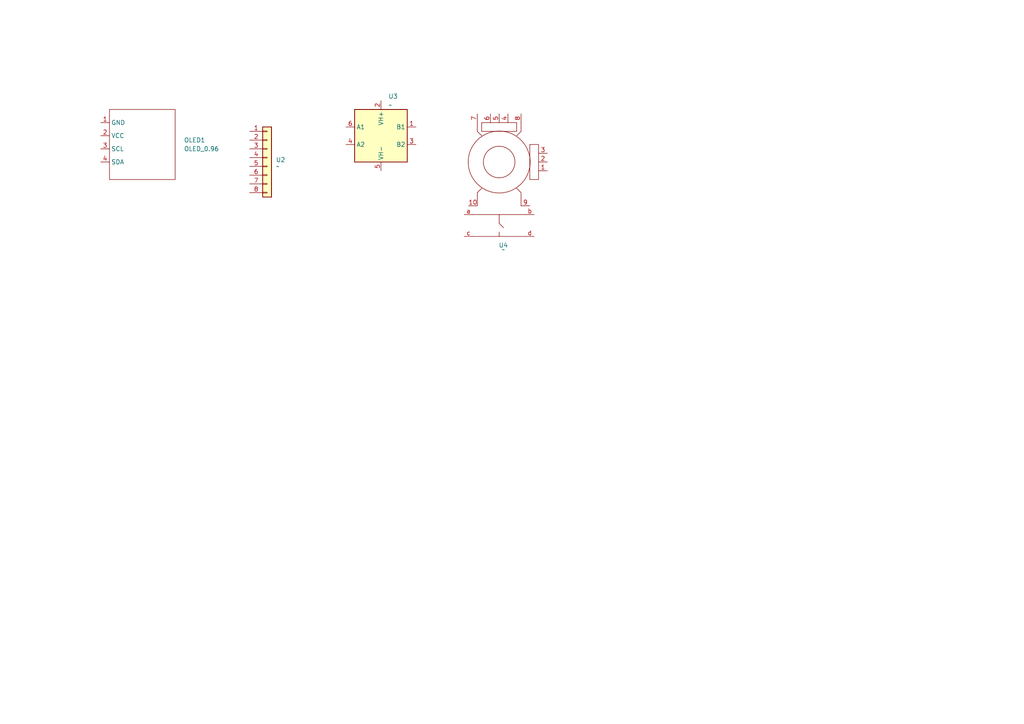
<source format=kicad_sch>
(kicad_sch (version 20241209) (generator "eeschema") (generator_version "9.0")
  (paper "A4")
  (lib_symbols
    (symbol "EXT_Modules:0.96OLED_4P"
      (property "Reference" "OLED" (at 6.35 -3.048 0))
      (property "Value" "OLED_0.96" (at 7.62 -7.112 0))
      (symbol "0.96OLED_4P_0_1"
        (rectangle (start -3.81 7.62) (end 15.24 -12.7))
      )
      (symbol "0.96OLED_4P_1_1"
        (pin passive line (at -6.35 3.81 0) (length 2.54) (name "GND") (number "1"))
        (pin passive line (at -6.35 0 0) (length 2.54) (name "VCC") (number "2"))
        (pin passive line (at -6.35 -3.81 0) (length 2.54) (name "SCL") (number "3"))
        (pin passive line (at -6.35 -7.62 0) (length 2.54) (name "SDA") (number "4"))
      )
    )
    (symbol "EXT_Modules:MPU6050-GY-521"
      (property "Reference" "U" (at 0 0 0))
      (symbol "MPU6050-GY-521_1_1"
        (rectangle (start 0 -1.27) (end 2.54 -21.59) (stroke (width 0.254)) (fill (type background)))
        (rectangle (start 0 -2.413) (end 1.27 -2.667) (stroke (width 0.1524)))
        (rectangle (start 0 -4.953) (end 1.27 -5.207) (stroke (width 0.1524)))
        (rectangle (start 0 -7.493) (end 1.27 -7.747) (stroke (width 0.1524)))
        (rectangle (start 0 -10.033) (end 1.27 -10.287) (stroke (width 0.1524)))
        (rectangle (start 0 -12.573) (end 1.27 -12.827) (stroke (width 0.1524)))
        (rectangle (start 0 -15.113) (end 1.27 -15.367) (stroke (width 0.1524)))
        (rectangle (start 0 -17.653) (end 1.27 -17.907) (stroke (width 0.1524)))
        (rectangle (start 0 -20.193) (end 1.27 -20.447) (stroke (width 0.1524)))
        (pin passive line (at -3.81 -2.54 0) (length 3.81) (name "") (number "1"))
        (pin passive line (at -3.81 -5.08 0) (length 3.81) (name "") (number "2"))
        (pin passive line (at -3.81 -7.62 0) (length 3.81) (name "") (number "3"))
        (pin passive line (at -3.81 -10.16 0) (length 3.81) (name "") (number "4"))
        (pin passive line (at -3.81 -12.7 0) (length 3.81) (name "") (number "5"))
        (pin passive line (at -3.81 -15.24 0) (length 3.81) (name "") (number "6"))
        (pin passive line (at -3.81 -17.78 0) (length 3.81) (name "") (number "7"))
        (pin passive line (at -3.81 -20.32 0) (length 3.81) (name "") (number "8"))
      )
    )
    (symbol "EXT_Modules:MQ-2"
      (property "Reference" "U" (at 0 0 0))
      (symbol "MQ-2_0_1"
        (rectangle (start -7.62 7.62) (end 7.62 -7.62) (stroke (width 0.254)) (fill (type background)))
      )
      (symbol "MQ-2_1_1"
        (pin passive line (at -10.16 2.54 0) (length 2.54) (name "A1") (number "6"))
        (pin passive line (at -10.16 -2.54 0) (length 2.54) (name "A2") (number "4"))
        (pin power_in line (at 0 10.16 270) (length 2.54) (name "VH+") (number "2"))
        (pin power_in line (at 0 -10.16 90) (length 2.54) (name "VH-") (number "5"))
        (pin passive line (at 10.16 2.54 180) (length 2.54) (name "B1") (number "1"))
        (pin passive line (at 10.16 -2.54 180) (length 2.54) (name "B2") (number "3"))
      )
    )
    (symbol "EXT_Modules:SW-TH_THB001P"
      (property "Reference" "U" (at 0 0 0))
      (symbol "SW-TH_THB001P_0_1"
        (polyline (pts (xy -7.62 -15.24) (xy 7.62 -15.24)))
        (polyline (pts (xy -7.62 -21.59) (xy 7.62 -21.59)))
        (polyline (pts (xy -6.35 -8.89) (xy -6.35 -12.7)))
        (rectangle (start -5.08 8.89) (end 5.08 11.43))
        (polyline (pts (xy -5.08 7.62) (xy -6.35 8.89) (xy -6.35 11.43)))
        (polyline (pts (xy -5.08 -7.62) (xy -6.35 -8.89)))
        (circle (center 0 0) (radius 4.5791))
        (circle (center 0 0) (radius 8.9803))
        (polyline (pts (xy 0 -15.24) (xy 0 -17.78)))
        (polyline (pts (xy 0 -17.78) (xy 1.27 -19.05)))
        (polyline (pts (xy 0 -21.59) (xy 0 -21.59)))
        (polyline (pts (xy 0 -21.59) (xy 0 -20.32)))
        (polyline (pts (xy 0 -21.59) (xy 0 -21.59)))
        (polyline (pts (xy 5.08 7.62) (xy 6.35 8.89) (xy 6.35 11.43)))
        (polyline (pts (xy 5.08 -7.62) (xy 6.35 -8.89) (xy 6.35 -12.7)))
        (rectangle (start 8.89 5.08) (end 11.43 -5.08))
      )
      (symbol "SW-TH_THB001P_1_1"
        (pin passive line (at -10.16 -15.24 0) (length 2.54) (name "") (number "a"))
        (pin passive line (at -10.16 -21.59 0) (length 2.54) (name "") (number "c"))
        (pin passive line (at -8.89 -12.7 0) (length 2.54) (name "") (number "10"))
        (pin passive line (at -6.35 13.97 270) (length 2.54) (name "") (number "7"))
        (pin passive line (at -2.54 13.97 270) (length 2.54) (name "") (number "6"))
        (pin passive line (at 0 13.97 270) (length 2.54) (name "") (number "5"))
        (pin passive line (at 2.54 13.97 270) (length 2.54) (name "") (number "4"))
        (pin passive line (at 6.35 13.97 270) (length 2.54) (name "") (number "8"))
        (pin passive line (at 8.89 -12.7 180) (length 2.54) (name "") (number "9"))
        (pin passive line (at 10.16 -15.24 180) (length 2.54) (name "") (number "b"))
        (pin passive line (at 10.16 -21.59 180) (length 2.54) (name "") (number "d"))
        (pin passive line (at 13.97 2.54 180) (length 2.54) (name "") (number "3"))
        (pin passive line (at 13.97 0 180) (length 2.54) (name "") (number "2"))
        (pin passive line (at 13.97 -2.54 180) (length 2.54) (name "") (number "1"))
      )
    )
  )
  (symbol (lib_id "EXT_Modules:0.96OLED_4P") (at 35.56 39.37 0) (unit 1)
    (property "Reference" "OLED1" (at 53.34 40.6399 0) (effects (justify left)))
    (property "Value" "OLED_0.96" (at 53.34 43.1799 0) (effects (justify left)))
    (property "Footprint" "EXT_Modules:0.96OLED_4P" (effects (hide yes)))
  )
  (symbol (lib_id "EXT_Modules:SW-TH_THB001P") (at 144.78 46.99 0) (unit 1)
    (property "Reference" "U4" (at 146.0048 71.12 0))
    (property "Value" "~" (at 146.0048 72.39 0))
    (property "Footprint" "EXT_Modules:SW-TH_THB001P" (effects (hide yes)))
  )
  (symbol (lib_id "EXT_Modules:MPU6050-GY-521") (at 76.2 35.56 0) (unit 1)
    (property "Reference" "U2" (at 80.01 46.3549 0) (effects (justify left)))
    (property "Value" "~" (at 80.01 48.26 0) (effects (justify left)))
    (property "Footprint" "EXT_Modules:MPU6050-GY-521" (effects (hide yes)))
  )
  (symbol (lib_id "EXT_Modules:MQ-2") (at 110.49 39.37 0) (unit 1)
    (property "Reference" "U3" (at 112.6333 27.94 0) (effects (justify left)))
    (property "Value" "~" (at 112.6333 30.48 0) (effects (justify left)))
    (property "Footprint" "EXT_Modules:MQ-2" (effects (hide yes)))
  )
)
</source>
